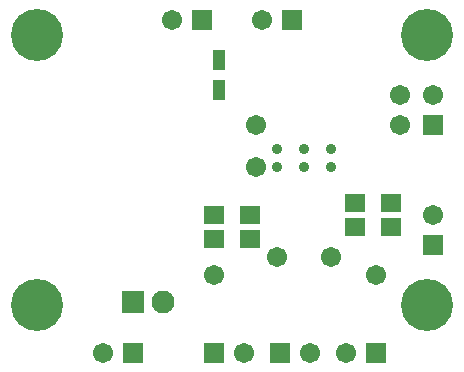
<source format=gbs>
%FSLAX44Y44*%
%MOMM*%
G71*
G01*
G75*
G04 Layer_Color=16711935*
%ADD10O,2.5000X0.7000*%
%ADD11R,1.4000X1.5000*%
%ADD12R,1.5000X1.4000*%
%ADD13O,0.3500X2.0000*%
%ADD14C,0.5080*%
%ADD15C,0.2540*%
%ADD16C,0.3810*%
%ADD17R,0.8000X1.5000*%
%ADD18R,1.7500X1.7500*%
%ADD19C,1.7500*%
%ADD20R,1.5000X1.5000*%
%ADD21C,1.5000*%
%ADD22R,1.5000X1.5000*%
%ADD23C,4.2000*%
%ADD24C,0.7000*%
%ADD25C,0.2500*%
%ADD26C,0.6000*%
%ADD27C,0.0900*%
%ADD28C,0.1000*%
%ADD29C,0.2000*%
%ADD30O,2.7032X0.9032*%
%ADD31R,1.6032X1.7032*%
%ADD32R,1.7032X1.6032*%
%ADD33O,0.5532X2.2032*%
%ADD34R,1.0032X1.7032*%
%ADD35R,1.9532X1.9532*%
%ADD36C,1.9532*%
%ADD37R,1.7032X1.7032*%
%ADD38C,1.7032*%
%ADD39R,1.7032X1.7032*%
%ADD40C,4.4032*%
%ADD41C,0.9032*%
D32*
X713740Y1046640D02*
D03*
Y1066640D02*
D03*
X683260Y1046640D02*
D03*
Y1066640D02*
D03*
X833120Y1056800D02*
D03*
Y1076800D02*
D03*
X802640Y1056800D02*
D03*
Y1076800D02*
D03*
D34*
X687324Y1198372D02*
D03*
Y1172972D02*
D03*
D35*
X614680Y993140D02*
D03*
D36*
X640080D02*
D03*
D37*
X749300Y1231900D02*
D03*
X673100D02*
D03*
X614680Y949960D02*
D03*
X820420D02*
D03*
X739140D02*
D03*
X683260D02*
D03*
D38*
X723900Y1231900D02*
D03*
X647700D02*
D03*
X589280Y949960D02*
D03*
X795020D02*
D03*
X868680Y1066800D02*
D03*
Y1168400D02*
D03*
X764540Y949960D02*
D03*
X708660D02*
D03*
X718820Y1107440D02*
D03*
Y1143000D02*
D03*
X683260Y1016000D02*
D03*
X782320Y1031240D02*
D03*
X736600D02*
D03*
X820420Y1016000D02*
D03*
X840740Y1168400D02*
D03*
Y1143000D02*
D03*
D39*
X868680Y1041400D02*
D03*
Y1143000D02*
D03*
D40*
X533400Y1219200D02*
D03*
X863600D02*
D03*
X533400Y990600D02*
D03*
X863600D02*
D03*
D41*
X736600Y1122680D02*
D03*
Y1107440D02*
D03*
X782320Y1122680D02*
D03*
Y1107440D02*
D03*
X759460D02*
D03*
Y1122680D02*
D03*
M02*

</source>
